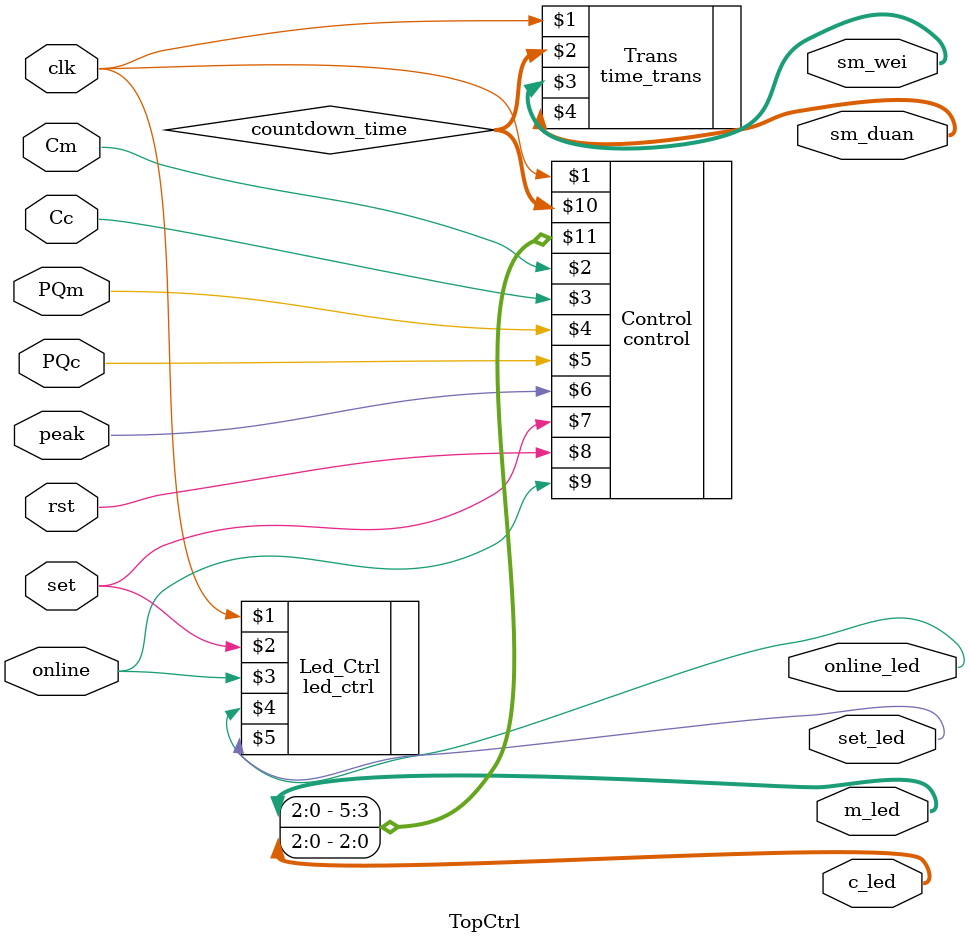
<source format=v>
`timescale 1ns / 1ps

module TopCtrl(
	input clk,
	input Cm,
	input Cc,
	input PQm,
	input PQc,
	input peak,
	input set,
	input rst,
	input online,
	output online_led,
	output set_led,
	output [2:0]m_led,
	output [2:0]c_led,
	output [3:0] sm_wei,
	output [7:0] sm_duan
    );
	
	wire [4:0]countdown_time;
	
	control Control(clk, Cm, Cc, PQm, PQc, peak, set, rst, online,countdown_time,{m_led,c_led});
	led_ctrl Led_Ctrl(clk,set,online,online_led,set_led);
	time_trans Trans(clk, countdown_time, sm_wei, sm_duan);
	

endmodule

</source>
